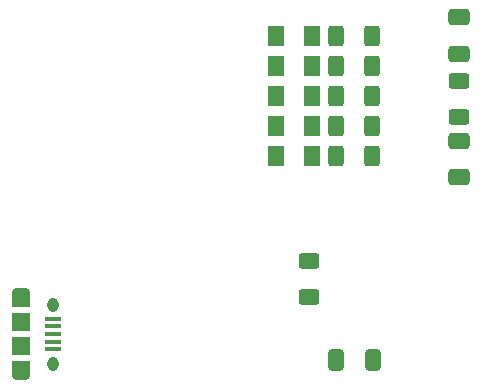
<source format=gbr>
%TF.GenerationSoftware,KiCad,Pcbnew,(6.0.7)*%
%TF.CreationDate,2022-10-29T10:50:57-05:00*%
%TF.ProjectId,BlastGate R2,426c6173-7447-4617-9465-2052322e6b69,rev?*%
%TF.SameCoordinates,Original*%
%TF.FileFunction,Paste,Top*%
%TF.FilePolarity,Positive*%
%FSLAX46Y46*%
G04 Gerber Fmt 4.6, Leading zero omitted, Abs format (unit mm)*
G04 Created by KiCad (PCBNEW (6.0.7)) date 2022-10-29 10:50:57*
%MOMM*%
%LPD*%
G01*
G04 APERTURE LIST*
G04 Aperture macros list*
%AMRoundRect*
0 Rectangle with rounded corners*
0 $1 Rounding radius*
0 $2 $3 $4 $5 $6 $7 $8 $9 X,Y pos of 4 corners*
0 Add a 4 corners polygon primitive as box body*
4,1,4,$2,$3,$4,$5,$6,$7,$8,$9,$2,$3,0*
0 Add four circle primitives for the rounded corners*
1,1,$1+$1,$2,$3*
1,1,$1+$1,$4,$5*
1,1,$1+$1,$6,$7*
1,1,$1+$1,$8,$9*
0 Add four rect primitives between the rounded corners*
20,1,$1+$1,$2,$3,$4,$5,0*
20,1,$1+$1,$4,$5,$6,$7,0*
20,1,$1+$1,$6,$7,$8,$9,0*
20,1,$1+$1,$8,$9,$2,$3,0*%
G04 Aperture macros list end*
%ADD10RoundRect,0.250001X-0.462499X-0.624999X0.462499X-0.624999X0.462499X0.624999X-0.462499X0.624999X0*%
%ADD11RoundRect,0.250000X-0.400000X-0.625000X0.400000X-0.625000X0.400000X0.625000X-0.400000X0.625000X0*%
%ADD12RoundRect,0.250000X0.625000X-0.400000X0.625000X0.400000X-0.625000X0.400000X-0.625000X-0.400000X0*%
%ADD13RoundRect,0.250000X0.412500X0.650000X-0.412500X0.650000X-0.412500X-0.650000X0.412500X-0.650000X0*%
%ADD14RoundRect,0.250000X-0.650000X0.412500X-0.650000X-0.412500X0.650000X-0.412500X0.650000X0.412500X0*%
%ADD15O,1.550000X0.890000*%
%ADD16O,0.950000X1.250000*%
%ADD17R,1.350000X0.400000*%
%ADD18R,1.550000X1.200000*%
%ADD19R,1.550000X1.500000*%
%ADD20RoundRect,0.250000X-0.625000X0.400000X-0.625000X-0.400000X0.625000X-0.400000X0.625000X0.400000X0*%
%ADD21RoundRect,0.250000X0.650000X-0.412500X0.650000X0.412500X-0.650000X0.412500X-0.650000X-0.412500X0*%
G04 APERTURE END LIST*
D10*
%TO.C,D4*%
X194092500Y-73660000D03*
X197067500Y-73660000D03*
%TD*%
D11*
%TO.C,R2*%
X199110000Y-68580000D03*
X202210000Y-68580000D03*
%TD*%
%TO.C,R1*%
X199110000Y-66040000D03*
X202210000Y-66040000D03*
%TD*%
D12*
%TO.C,R7*%
X196850000Y-88190000D03*
X196850000Y-85090000D03*
%TD*%
D10*
%TO.C,D1*%
X194092500Y-66040000D03*
X197067500Y-66040000D03*
%TD*%
D11*
%TO.C,R3*%
X199110000Y-71120000D03*
X202210000Y-71120000D03*
%TD*%
D13*
%TO.C,C6*%
X202222500Y-93472000D03*
X199097500Y-93472000D03*
%TD*%
D14*
%TO.C,C9*%
X209550000Y-74917500D03*
X209550000Y-78042500D03*
%TD*%
D15*
%TO.C,J3*%
X172429000Y-87808000D03*
D16*
X175129000Y-88808000D03*
D15*
X172429000Y-94808000D03*
D16*
X175129000Y-93808000D03*
D17*
X175129000Y-90008000D03*
X175129000Y-90658000D03*
X175129000Y-91308000D03*
X175129000Y-91958000D03*
X175129000Y-92608000D03*
D18*
X172429000Y-88408000D03*
D19*
X172429000Y-92308000D03*
X172429000Y-90308000D03*
D18*
X172429000Y-94208000D03*
%TD*%
D20*
%TO.C,R11*%
X209550000Y-69850000D03*
X209550000Y-72950000D03*
%TD*%
D10*
%TO.C,D5*%
X194092500Y-76200000D03*
X197067500Y-76200000D03*
%TD*%
D21*
%TO.C,C7*%
X209550000Y-67602500D03*
X209550000Y-64477500D03*
%TD*%
D11*
%TO.C,R4*%
X199110000Y-73660000D03*
X202210000Y-73660000D03*
%TD*%
D10*
%TO.C,D2*%
X194092500Y-68580000D03*
X197067500Y-68580000D03*
%TD*%
%TO.C,D3*%
X194092500Y-71120000D03*
X197067500Y-71120000D03*
%TD*%
D11*
%TO.C,R5*%
X199110000Y-76200000D03*
X202210000Y-76200000D03*
%TD*%
M02*

</source>
